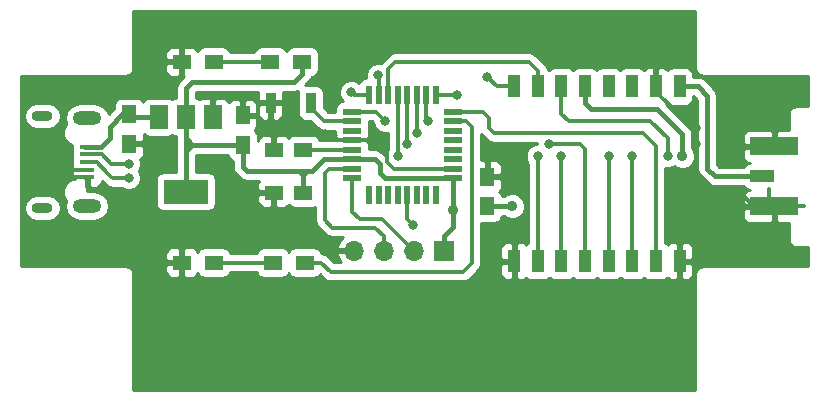
<source format=gtl>
G04 #@! TF.FileFunction,Copper,L1,Top,Signal*
%FSLAX46Y46*%
G04 Gerber Fmt 4.6, Leading zero omitted, Abs format (unit mm)*
G04 Created by KiCad (PCBNEW 4.0.7) date Monday, 02 July 2018 'PMt' 22:06:38*
%MOMM*%
%LPD*%
G01*
G04 APERTURE LIST*
%ADD10C,0.100000*%
%ADD11R,1.300000X0.450000*%
%ADD12O,2.400000X1.200000*%
%ADD13O,1.800000X0.900000*%
%ADD14R,4.064000X1.524000*%
%ADD15R,2.032000X1.016000*%
%ADD16R,1.500000X1.250000*%
%ADD17R,1.250000X1.500000*%
%ADD18R,1.500000X1.300000*%
%ADD19R,1.700000X1.700000*%
%ADD20O,1.700000X1.700000*%
%ADD21R,0.900000X1.700000*%
%ADD22R,0.550000X1.600000*%
%ADD23R,1.600000X0.550000*%
%ADD24R,1.050000X1.950000*%
%ADD25R,3.800000X2.000000*%
%ADD26R,1.500000X2.000000*%
%ADD27C,0.800000*%
%ADD28C,0.900000*%
%ADD29C,0.350000*%
%ADD30C,0.400000*%
%ADD31C,0.254000*%
G04 APERTURE END LIST*
D10*
D11*
X117300000Y-107192000D03*
X117300000Y-107842000D03*
X117300000Y-108492000D03*
X117300000Y-109142000D03*
X117300000Y-109792000D03*
D12*
X117300000Y-104767000D03*
X117300000Y-112217000D03*
D13*
X113500000Y-104617000D03*
X113500000Y-112367000D03*
D14*
X175468000Y-112240000D03*
X175468000Y-107160000D03*
D15*
X174452000Y-109700000D03*
D16*
X135595000Y-107442000D03*
X133095000Y-107442000D03*
D17*
X151145000Y-112242000D03*
X151145000Y-109742000D03*
D16*
X135595000Y-111092000D03*
X133095000Y-111092000D03*
D17*
X120845000Y-104442000D03*
X120845000Y-106942000D03*
X130445000Y-107042000D03*
X130445000Y-104542000D03*
D18*
X125300000Y-100000000D03*
X128000000Y-100000000D03*
X125300000Y-117000000D03*
X128000000Y-117000000D03*
D19*
X147485000Y-115992000D03*
D20*
X144945000Y-115992000D03*
X142405000Y-115992000D03*
X139865000Y-115992000D03*
D18*
X135500000Y-100000000D03*
X132800000Y-100000000D03*
X135700000Y-117000000D03*
X133000000Y-117000000D03*
D21*
X136225000Y-103492000D03*
X132825000Y-103492000D03*
D22*
X141195000Y-111292000D03*
X141995000Y-111292000D03*
X142795000Y-111292000D03*
X143595000Y-111292000D03*
X144395000Y-111292000D03*
X145195000Y-111292000D03*
X145995000Y-111292000D03*
X146795000Y-111292000D03*
D23*
X148245000Y-109842000D03*
X148245000Y-109042000D03*
X148245000Y-108242000D03*
X148245000Y-107442000D03*
X148245000Y-106642000D03*
X148245000Y-105842000D03*
X148245000Y-105042000D03*
X148245000Y-104242000D03*
D22*
X146795000Y-102792000D03*
X145995000Y-102792000D03*
X145195000Y-102792000D03*
X144395000Y-102792000D03*
X143595000Y-102792000D03*
X142795000Y-102792000D03*
X141995000Y-102792000D03*
X141195000Y-102792000D03*
D23*
X139745000Y-104242000D03*
X139745000Y-105042000D03*
X139745000Y-105842000D03*
X139745000Y-106642000D03*
X139745000Y-107442000D03*
X139745000Y-108242000D03*
X139745000Y-109042000D03*
X139745000Y-109842000D03*
D24*
X153445000Y-116892000D03*
X155445000Y-116892000D03*
X157445000Y-116892000D03*
X159445000Y-116892000D03*
X161445000Y-116892000D03*
X163445000Y-116892000D03*
X165445000Y-116892000D03*
X167445000Y-116892000D03*
X167445000Y-102092000D03*
X165445000Y-102092000D03*
X163445000Y-102092000D03*
X161445000Y-102092000D03*
X159445000Y-102092000D03*
X157445000Y-102092000D03*
X155445000Y-102092000D03*
X153445000Y-102092000D03*
D25*
X125645000Y-110992000D03*
D26*
X125645000Y-104692000D03*
X123345000Y-104692000D03*
X127945000Y-104692000D03*
D27*
X168800000Y-110000000D03*
X170500000Y-111000000D03*
X172500000Y-111000000D03*
X172500000Y-108500000D03*
X171000000Y-108500000D03*
X130500000Y-103000000D03*
X168800000Y-105625000D03*
X170750000Y-102250000D03*
X170970000Y-104192000D03*
X134500000Y-103500000D03*
X168800000Y-107000000D03*
X170970000Y-105592000D03*
X154145000Y-110792000D03*
X141345000Y-106642000D03*
X132845000Y-105492000D03*
D28*
X153270000Y-112242000D03*
X148245000Y-112592000D03*
X167695000Y-107992000D03*
D27*
X144845000Y-113792000D03*
X166445000Y-107992000D03*
X142505000Y-105012000D03*
X151175000Y-101252000D03*
X161445000Y-107992000D03*
X146145000Y-104992000D03*
X157445000Y-107992000D03*
X145195000Y-106042000D03*
X156400000Y-107000000D03*
X144395000Y-106992000D03*
X155445000Y-107992000D03*
X143645000Y-107992000D03*
X163445000Y-107992000D03*
X148645000Y-102792000D03*
X120845000Y-108642000D03*
X141945000Y-101142000D03*
X120820000Y-109842000D03*
X139645000Y-102592000D03*
D29*
X168800000Y-109100000D02*
X168800000Y-110000000D01*
X168800000Y-110000000D02*
X168800000Y-111600000D01*
X170500000Y-111000000D02*
X169800000Y-111000000D01*
X169800000Y-111000000D02*
X168800000Y-110000000D01*
X175468000Y-112240000D02*
X173740000Y-112240000D01*
X173740000Y-112240000D02*
X172500000Y-111000000D01*
X170970000Y-106970000D02*
X170970000Y-108470000D01*
X170970000Y-108470000D02*
X171000000Y-108500000D01*
X130445000Y-104542000D02*
X130445000Y-103055000D01*
X130445000Y-103055000D02*
X130500000Y-103000000D01*
X168800000Y-105897000D02*
X168800000Y-105625000D01*
X132825000Y-103492000D02*
X134492000Y-103492000D01*
X134492000Y-103492000D02*
X134500000Y-103500000D01*
X117300000Y-109142000D02*
X115642000Y-109142000D01*
X117300000Y-109792000D02*
X115508000Y-109792000D01*
X168800000Y-107000000D02*
X168800000Y-105625000D01*
X168800000Y-105625000D02*
X168650000Y-105475000D01*
X176418000Y-107160000D02*
X172572000Y-107160000D01*
X172572000Y-107160000D02*
X172555000Y-107177000D01*
X168800000Y-105897000D02*
X168800000Y-107000000D01*
X168800000Y-109100000D02*
X168800000Y-107000000D01*
X175440000Y-112240000D02*
X175000000Y-111800000D01*
X175000000Y-111800000D02*
X175000000Y-110800000D01*
X177968000Y-112240000D02*
X175440000Y-112240000D01*
X170970000Y-105592000D02*
X170970000Y-106970000D01*
X170970000Y-106970000D02*
X171000000Y-107000000D01*
X165445000Y-102092000D02*
X165445000Y-102542000D01*
X165445000Y-102542000D02*
X168800000Y-105897000D01*
X168800000Y-111600000D02*
X169440000Y-112240000D01*
X169440000Y-112240000D02*
X177968000Y-112240000D01*
X173638000Y-107177000D02*
X172555000Y-107177000D01*
X172555000Y-107177000D02*
X170970000Y-105592000D01*
X151145000Y-109742000D02*
X153095000Y-109742000D01*
X153095000Y-109742000D02*
X154145000Y-110792000D01*
X142695000Y-107192000D02*
X142145000Y-106642000D01*
X142145000Y-106642000D02*
X141345000Y-106642000D01*
X142695000Y-108478814D02*
X142695000Y-107192000D01*
X148245000Y-109042000D02*
X143258186Y-109042000D01*
X143258186Y-109042000D02*
X142695000Y-108478814D01*
X139745000Y-106642000D02*
X141345000Y-106642000D01*
X138195000Y-106642000D02*
X137445000Y-105892000D01*
X139745000Y-106642000D02*
X138195000Y-106642000D01*
X132825000Y-103492000D02*
X132825000Y-105472000D01*
X132825000Y-105472000D02*
X132845000Y-105492000D01*
D30*
X174452000Y-109700000D02*
X173036000Y-109700000D01*
X173036000Y-109700000D02*
X173019000Y-109717000D01*
X173019000Y-109717000D02*
X171500000Y-109717000D01*
X172622000Y-109717000D02*
X171500000Y-109717000D01*
X171500000Y-109717000D02*
X170445000Y-109717000D01*
X169770000Y-106717000D02*
X169770000Y-102892000D01*
X169770000Y-102892000D02*
X168970000Y-102092000D01*
X168970000Y-102092000D02*
X167445000Y-102092000D01*
X170445000Y-109717000D02*
X169770000Y-109042000D01*
X169770000Y-109042000D02*
X169770000Y-106717000D01*
X169770000Y-106717000D02*
X169770000Y-107692000D01*
X125645000Y-102250000D02*
X125645000Y-104692000D01*
X134800000Y-101750000D02*
X126145000Y-101750000D01*
X126145000Y-101750000D02*
X125645000Y-102250000D01*
X135500000Y-100000000D02*
X135500000Y-101050000D01*
X135500000Y-101050000D02*
X134800000Y-101750000D01*
X167695000Y-107992000D02*
X167695000Y-106142000D01*
X167695000Y-106142000D02*
X165545000Y-103992000D01*
X165545000Y-103992000D02*
X159970000Y-103992000D01*
X159445000Y-103467000D02*
X159445000Y-102092000D01*
X159970000Y-103992000D02*
X159445000Y-103467000D01*
X142045000Y-108642000D02*
X141645000Y-108242000D01*
X142495000Y-109842000D02*
X142045000Y-109392000D01*
X142045000Y-109392000D02*
X142045000Y-108642000D01*
X148245000Y-109842000D02*
X142495000Y-109842000D01*
X153270000Y-112242000D02*
X151145000Y-112242000D01*
X148245000Y-112592000D02*
X148245000Y-113142000D01*
X148245000Y-109842000D02*
X148245000Y-112592000D01*
X135595000Y-109242000D02*
X135945000Y-109242000D01*
X135945000Y-109242000D02*
X136345000Y-109242000D01*
X135595000Y-109742000D02*
X135595000Y-109592000D01*
X135595000Y-109592000D02*
X135945000Y-109242000D01*
X135595000Y-109742000D02*
X135595000Y-109242000D01*
X135595000Y-109992000D02*
X135595000Y-109742000D01*
X130795000Y-109242000D02*
X135245000Y-109242000D01*
X135245000Y-109242000D02*
X135595000Y-109242000D01*
X135595000Y-109592000D02*
X135245000Y-109242000D01*
X137345000Y-108242000D02*
X136345000Y-109242000D01*
X130445000Y-108892000D02*
X130795000Y-109242000D01*
X130445000Y-107042000D02*
X130445000Y-108892000D01*
X125645000Y-107092000D02*
X125645000Y-106492000D01*
X125645000Y-106492000D02*
X125645000Y-104692000D01*
X126195000Y-107042000D02*
X125645000Y-106492000D01*
X125645000Y-107692000D02*
X125645000Y-107092000D01*
X125645000Y-110992000D02*
X125645000Y-107692000D01*
X130445000Y-107042000D02*
X126195000Y-107042000D01*
X126195000Y-107042000D02*
X125695000Y-107042000D01*
X125645000Y-107692000D02*
X125645000Y-107592000D01*
X125645000Y-107592000D02*
X126195000Y-107042000D01*
X125695000Y-107042000D02*
X125645000Y-107092000D01*
X135595000Y-109992000D02*
X135595000Y-111092000D01*
X139745000Y-108242000D02*
X137345000Y-108242000D01*
X135745000Y-111242000D02*
X135595000Y-111092000D01*
X147485000Y-115992000D02*
X147485000Y-114742000D01*
X147485000Y-114742000D02*
X148245000Y-113982000D01*
X148245000Y-113982000D02*
X148245000Y-113142000D01*
X141645000Y-108242000D02*
X139745000Y-108242000D01*
D29*
X135595000Y-107442000D02*
X139745000Y-107442000D01*
X144945000Y-115992000D02*
X142295000Y-113342000D01*
X142295000Y-113342000D02*
X140395000Y-113342000D01*
X140395000Y-113342000D02*
X139745000Y-112692000D01*
X139745000Y-112692000D02*
X139745000Y-109842000D01*
X142405000Y-115992000D02*
X142405000Y-114752000D01*
X142405000Y-114752000D02*
X141695000Y-114042000D01*
X137395000Y-109392000D02*
X137745000Y-109042000D01*
X137745000Y-109042000D02*
X139745000Y-109042000D01*
X141695000Y-114042000D02*
X137995000Y-114042000D01*
X137995000Y-114042000D02*
X137395000Y-113442000D01*
X137395000Y-113442000D02*
X137395000Y-109392000D01*
X138045000Y-105042000D02*
X137745000Y-105042000D01*
X139745000Y-105042000D02*
X138045000Y-105042000D01*
X138045000Y-105042000D02*
X137375000Y-105042000D01*
X137375000Y-105042000D02*
X136225000Y-103892000D01*
X136225000Y-103892000D02*
X136225000Y-103492000D01*
X157445000Y-102092000D02*
X157445000Y-104392000D01*
X157445000Y-104392000D02*
X158045000Y-104992000D01*
X158045000Y-104992000D02*
X164945000Y-104992000D01*
X164945000Y-104992000D02*
X166445000Y-106492000D01*
X166445000Y-106492000D02*
X166445000Y-107992000D01*
X144395000Y-111292000D02*
X144395000Y-113342000D01*
X144395000Y-113342000D02*
X144845000Y-113792000D01*
X144395000Y-111292000D02*
X144395000Y-112442000D01*
X142795000Y-102792000D02*
X142795000Y-100600000D01*
X154678000Y-100000000D02*
X143395000Y-100000000D01*
X143395000Y-100000000D02*
X142795000Y-100600000D01*
X155445000Y-102092000D02*
X155445000Y-100767000D01*
X155445000Y-100767000D02*
X154678000Y-100000000D01*
X142505000Y-105012000D02*
X141735000Y-104242000D01*
X141735000Y-104242000D02*
X139745000Y-104242000D01*
X153445000Y-102092000D02*
X152015000Y-102092000D01*
X152015000Y-102092000D02*
X151175000Y-101252000D01*
X139745000Y-104242000D02*
X139220000Y-104242000D01*
X148245000Y-104242000D02*
X150795000Y-104242000D01*
X151295000Y-104742000D02*
X150795000Y-104242000D01*
X151295000Y-105642000D02*
X151295000Y-104742000D01*
X151695000Y-106042000D02*
X151295000Y-105642000D01*
X164345000Y-106042000D02*
X151695000Y-106042000D01*
X165445000Y-107142000D02*
X164345000Y-106042000D01*
X165445000Y-116892000D02*
X165445000Y-107292000D01*
X165445000Y-107292000D02*
X165445000Y-107142000D01*
X148245000Y-104242000D02*
X150495000Y-104242000D01*
X161445000Y-116892000D02*
X161445000Y-107992000D01*
X161445000Y-116892000D02*
X161445000Y-114992000D01*
X145995000Y-102792000D02*
X145995000Y-104842000D01*
X145995000Y-104842000D02*
X146145000Y-104992000D01*
X157445000Y-115192000D02*
X157445000Y-114992000D01*
X157445000Y-116892000D02*
X157445000Y-115192000D01*
X157445000Y-115192000D02*
X157445000Y-107992000D01*
X145195000Y-102792000D02*
X145195000Y-106042000D01*
X159045000Y-106992000D02*
X156408000Y-106992000D01*
X156408000Y-106992000D02*
X156400000Y-107000000D01*
X159045000Y-106992000D02*
X159445000Y-107392000D01*
X159445000Y-107392000D02*
X159445000Y-116892000D01*
X144395000Y-102792000D02*
X144395000Y-106992000D01*
X159445000Y-116892000D02*
X159445000Y-114992000D01*
X155445000Y-116892000D02*
X155445000Y-107992000D01*
X143595000Y-102792000D02*
X143595000Y-107942000D01*
X143595000Y-107942000D02*
X143645000Y-107992000D01*
X155445000Y-116892000D02*
X155445000Y-114992000D01*
X163445000Y-116892000D02*
X163445000Y-107992000D01*
X146795000Y-102792000D02*
X148645000Y-102792000D01*
X163445000Y-116892000D02*
X163445000Y-114992000D01*
D30*
X119220000Y-105492000D02*
X120270000Y-104442000D01*
X118495000Y-107192000D02*
X119220000Y-106467000D01*
X119220000Y-106467000D02*
X119220000Y-105492000D01*
X117095000Y-107192000D02*
X118495000Y-107192000D01*
X120270000Y-104442000D02*
X120845000Y-104442000D01*
X123345000Y-104692000D02*
X121095000Y-104692000D01*
X121095000Y-104692000D02*
X120845000Y-104442000D01*
D29*
X117095000Y-107842000D02*
X117550000Y-107842000D01*
X117550000Y-107842000D02*
X118520000Y-107842000D01*
X119320000Y-108642000D02*
X120845000Y-108642000D01*
X118520000Y-107842000D02*
X119320000Y-108642000D01*
X141995000Y-102792000D02*
X141995000Y-101192000D01*
X141995000Y-101192000D02*
X141945000Y-101142000D01*
X117095000Y-108492000D02*
X117300000Y-108492000D01*
X117300000Y-108492000D02*
X118095000Y-108492000D01*
X119345000Y-109742000D02*
X119445000Y-109842000D01*
X119445000Y-109842000D02*
X120820000Y-109842000D01*
X118995000Y-109392000D02*
X119345000Y-109742000D01*
X118095000Y-108492000D02*
X118995000Y-109392000D01*
X141195000Y-102792000D02*
X139845000Y-102792000D01*
X139845000Y-102792000D02*
X139645000Y-102592000D01*
X128000000Y-100000000D02*
X132800000Y-100000000D01*
X133000000Y-117000000D02*
X128000000Y-117000000D01*
X137895000Y-117792000D02*
X137103000Y-117000000D01*
X137103000Y-117000000D02*
X135700000Y-117000000D01*
X135700000Y-117000000D02*
X135800000Y-117000000D01*
X137895000Y-117792000D02*
X149095000Y-117792000D01*
X149845000Y-105492000D02*
X149845000Y-117042000D01*
X149845000Y-117042000D02*
X149095000Y-117792000D01*
X148245000Y-105042000D02*
X149395000Y-105042000D01*
X149395000Y-105042000D02*
X149845000Y-105492000D01*
D31*
G36*
X168790000Y-100500000D02*
X168844046Y-100771705D01*
X168997954Y-101002046D01*
X169228295Y-101155954D01*
X169500000Y-101210000D01*
X178290000Y-101210000D01*
X178290000Y-103740000D01*
X177400000Y-103740000D01*
X177128295Y-103794046D01*
X176897954Y-103947954D01*
X176744046Y-104178295D01*
X176690000Y-104450000D01*
X176690000Y-105763000D01*
X175753750Y-105763000D01*
X175595000Y-105921750D01*
X175595000Y-107033000D01*
X175615000Y-107033000D01*
X175615000Y-107287000D01*
X175595000Y-107287000D01*
X175595000Y-107307000D01*
X175341000Y-107307000D01*
X175341000Y-107287000D01*
X172959750Y-107287000D01*
X172801000Y-107445750D01*
X172801000Y-108048309D01*
X172897673Y-108281698D01*
X173076301Y-108460327D01*
X173309690Y-108557000D01*
X173369887Y-108557000D01*
X173200683Y-108588838D01*
X172984559Y-108727910D01*
X172879274Y-108882000D01*
X170790868Y-108882000D01*
X170605000Y-108696132D01*
X170605000Y-106271691D01*
X172801000Y-106271691D01*
X172801000Y-106874250D01*
X172959750Y-107033000D01*
X175341000Y-107033000D01*
X175341000Y-105921750D01*
X175182250Y-105763000D01*
X173309690Y-105763000D01*
X173076301Y-105859673D01*
X172897673Y-106038302D01*
X172801000Y-106271691D01*
X170605000Y-106271691D01*
X170605000Y-102892000D01*
X170541439Y-102572459D01*
X170360434Y-102301566D01*
X169560434Y-101501566D01*
X169289541Y-101320561D01*
X168970000Y-101257000D01*
X168617440Y-101257000D01*
X168617440Y-101117000D01*
X168573162Y-100881683D01*
X168434090Y-100665559D01*
X168221890Y-100520569D01*
X167970000Y-100469560D01*
X166920000Y-100469560D01*
X166684683Y-100513838D01*
X166468559Y-100652910D01*
X166442327Y-100691302D01*
X166329699Y-100578673D01*
X166096310Y-100482000D01*
X165730750Y-100482000D01*
X165572000Y-100640750D01*
X165572000Y-101965000D01*
X165592000Y-101965000D01*
X165592000Y-102219000D01*
X165572000Y-102219000D01*
X165572000Y-102239000D01*
X165318000Y-102239000D01*
X165318000Y-102219000D01*
X165298000Y-102219000D01*
X165298000Y-101965000D01*
X165318000Y-101965000D01*
X165318000Y-100640750D01*
X165159250Y-100482000D01*
X164793690Y-100482000D01*
X164560301Y-100578673D01*
X164449487Y-100689487D01*
X164434090Y-100665559D01*
X164221890Y-100520569D01*
X163970000Y-100469560D01*
X162920000Y-100469560D01*
X162684683Y-100513838D01*
X162468559Y-100652910D01*
X162446616Y-100685025D01*
X162434090Y-100665559D01*
X162221890Y-100520569D01*
X161970000Y-100469560D01*
X160920000Y-100469560D01*
X160684683Y-100513838D01*
X160468559Y-100652910D01*
X160446616Y-100685025D01*
X160434090Y-100665559D01*
X160221890Y-100520569D01*
X159970000Y-100469560D01*
X158920000Y-100469560D01*
X158684683Y-100513838D01*
X158468559Y-100652910D01*
X158446616Y-100685025D01*
X158434090Y-100665559D01*
X158221890Y-100520569D01*
X157970000Y-100469560D01*
X156920000Y-100469560D01*
X156684683Y-100513838D01*
X156468559Y-100652910D01*
X156446616Y-100685025D01*
X156434090Y-100665559D01*
X156221890Y-100520569D01*
X156205314Y-100517212D01*
X156193343Y-100457027D01*
X156017757Y-100194244D01*
X155250756Y-99427244D01*
X155224299Y-99409566D01*
X154987974Y-99251658D01*
X154678000Y-99190000D01*
X143395000Y-99190000D01*
X143085026Y-99251658D01*
X142953635Y-99339451D01*
X142822243Y-99427244D01*
X142222244Y-100027244D01*
X142165128Y-100112724D01*
X142151777Y-100107180D01*
X141740029Y-100106821D01*
X141359485Y-100264058D01*
X141068081Y-100554954D01*
X140910180Y-100935223D01*
X140909821Y-101346475D01*
X140684683Y-101388838D01*
X140468559Y-101527910D01*
X140323569Y-101740110D01*
X140312348Y-101795523D01*
X140232046Y-101715081D01*
X139851777Y-101557180D01*
X139440029Y-101556821D01*
X139059485Y-101714058D01*
X138768081Y-102004954D01*
X138610180Y-102385223D01*
X138609821Y-102796971D01*
X138767058Y-103177515D01*
X138914571Y-103325286D01*
X138709683Y-103363838D01*
X138493559Y-103502910D01*
X138348569Y-103715110D01*
X138297560Y-103967000D01*
X138297560Y-104232000D01*
X137710513Y-104232000D01*
X137322440Y-103843928D01*
X137322440Y-102642000D01*
X137278162Y-102406683D01*
X137139090Y-102190559D01*
X136926890Y-102045569D01*
X136675000Y-101994560D01*
X135775000Y-101994560D01*
X135727341Y-102003528D01*
X136090434Y-101640435D01*
X136213020Y-101456971D01*
X136271439Y-101369541D01*
X136287172Y-101290446D01*
X136485317Y-101253162D01*
X136701441Y-101114090D01*
X136846431Y-100901890D01*
X136897440Y-100650000D01*
X136897440Y-99350000D01*
X136853162Y-99114683D01*
X136714090Y-98898559D01*
X136501890Y-98753569D01*
X136250000Y-98702560D01*
X134750000Y-98702560D01*
X134514683Y-98746838D01*
X134298559Y-98885910D01*
X134153569Y-99098110D01*
X134150919Y-99111197D01*
X134014090Y-98898559D01*
X133801890Y-98753569D01*
X133550000Y-98702560D01*
X132050000Y-98702560D01*
X131814683Y-98746838D01*
X131598559Y-98885910D01*
X131453569Y-99098110D01*
X131434961Y-99190000D01*
X129367334Y-99190000D01*
X129353162Y-99114683D01*
X129214090Y-98898559D01*
X129001890Y-98753569D01*
X128750000Y-98702560D01*
X127250000Y-98702560D01*
X127014683Y-98746838D01*
X126798559Y-98885910D01*
X126653569Y-99098110D01*
X126646809Y-99131490D01*
X126588327Y-98990301D01*
X126409698Y-98811673D01*
X126176309Y-98715000D01*
X125585750Y-98715000D01*
X125427000Y-98873750D01*
X125427000Y-99873000D01*
X125447000Y-99873000D01*
X125447000Y-100127000D01*
X125427000Y-100127000D01*
X125427000Y-101126250D01*
X125507441Y-101206691D01*
X125054566Y-101659566D01*
X124873561Y-101930459D01*
X124810000Y-102250000D01*
X124810000Y-103060554D01*
X124659683Y-103088838D01*
X124493523Y-103195759D01*
X124346890Y-103095569D01*
X124095000Y-103044560D01*
X122595000Y-103044560D01*
X122359683Y-103088838D01*
X122143559Y-103227910D01*
X122031492Y-103391926D01*
X121934090Y-103240559D01*
X121721890Y-103095569D01*
X121470000Y-103044560D01*
X120220000Y-103044560D01*
X119984683Y-103088838D01*
X119768559Y-103227910D01*
X119623569Y-103440110D01*
X119572560Y-103692000D01*
X119572560Y-103958572D01*
X119103454Y-104427678D01*
X119076941Y-104294386D01*
X118809227Y-103893723D01*
X118408564Y-103626009D01*
X117935950Y-103532000D01*
X116664050Y-103532000D01*
X116191436Y-103626009D01*
X115790773Y-103893723D01*
X115523059Y-104294386D01*
X115429050Y-104767000D01*
X115523059Y-105239614D01*
X115529321Y-105248986D01*
X115373081Y-105404954D01*
X115215180Y-105785223D01*
X115214821Y-106196971D01*
X115372058Y-106577515D01*
X115662954Y-106868919D01*
X116002560Y-107009935D01*
X116002560Y-107417000D01*
X116022067Y-107520671D01*
X116002560Y-107617000D01*
X116002560Y-108067000D01*
X116022067Y-108170671D01*
X116002560Y-108267000D01*
X116002560Y-108717000D01*
X116015981Y-108788324D01*
X116015000Y-108790691D01*
X116015000Y-108870750D01*
X116035312Y-108891062D01*
X116046838Y-108952317D01*
X116172059Y-109146916D01*
X116111673Y-109207302D01*
X116034404Y-109393846D01*
X116015000Y-109413250D01*
X116015000Y-109520750D01*
X116034404Y-109540154D01*
X116111673Y-109726698D01*
X116289474Y-109904500D01*
X116173750Y-109904500D01*
X116121362Y-109956888D01*
X116045029Y-109956821D01*
X115664485Y-110114058D01*
X115373081Y-110404954D01*
X115215180Y-110785223D01*
X115214821Y-111196971D01*
X115372058Y-111577515D01*
X115529306Y-111735037D01*
X115523059Y-111744386D01*
X115429050Y-112217000D01*
X115523059Y-112689614D01*
X115790773Y-113090277D01*
X116191436Y-113357991D01*
X116664050Y-113452000D01*
X117935950Y-113452000D01*
X118408564Y-113357991D01*
X118809227Y-113090277D01*
X119076941Y-112689614D01*
X119170950Y-112217000D01*
X119076941Y-111744386D01*
X118809227Y-111343723D01*
X118408564Y-111076009D01*
X117935950Y-110982000D01*
X117285009Y-110982000D01*
X117285179Y-110787029D01*
X117166485Y-110499765D01*
X117173000Y-110493250D01*
X117173000Y-109904500D01*
X117111750Y-109904500D01*
X117173000Y-109843250D01*
X117173000Y-109645000D01*
X117427000Y-109645000D01*
X117427000Y-109843250D01*
X117447000Y-109863250D01*
X117447000Y-109904500D01*
X117427000Y-109904500D01*
X117427000Y-110493250D01*
X117585750Y-110652000D01*
X118076310Y-110652000D01*
X118309699Y-110555327D01*
X118488327Y-110376698D01*
X118585000Y-110143309D01*
X118585000Y-110127512D01*
X118772244Y-110314757D01*
X118772247Y-110314759D01*
X118872243Y-110414756D01*
X118987847Y-110492000D01*
X119135026Y-110590342D01*
X119445000Y-110652000D01*
X120166152Y-110652000D01*
X120232954Y-110718919D01*
X120613223Y-110876820D01*
X121024971Y-110877179D01*
X121405515Y-110719942D01*
X121696919Y-110429046D01*
X121854820Y-110048777D01*
X121855179Y-109637029D01*
X121697942Y-109256485D01*
X121696190Y-109254730D01*
X121721919Y-109229046D01*
X121879820Y-108848777D01*
X121880179Y-108437029D01*
X121799876Y-108242680D01*
X121829699Y-108230327D01*
X122008327Y-108051698D01*
X122105000Y-107818309D01*
X122105000Y-107227750D01*
X121946250Y-107069000D01*
X120972000Y-107069000D01*
X120972000Y-107089000D01*
X120718000Y-107089000D01*
X120718000Y-107069000D01*
X120698000Y-107069000D01*
X120698000Y-106815000D01*
X120718000Y-106815000D01*
X120718000Y-106795000D01*
X120972000Y-106795000D01*
X120972000Y-106815000D01*
X121946250Y-106815000D01*
X122105000Y-106656250D01*
X122105000Y-106103176D01*
X122130910Y-106143441D01*
X122343110Y-106288431D01*
X122595000Y-106339440D01*
X124095000Y-106339440D01*
X124330317Y-106295162D01*
X124496477Y-106188241D01*
X124643110Y-106288431D01*
X124810000Y-106322227D01*
X124810000Y-109344560D01*
X123745000Y-109344560D01*
X123509683Y-109388838D01*
X123293559Y-109527910D01*
X123148569Y-109740110D01*
X123097560Y-109992000D01*
X123097560Y-111992000D01*
X123141838Y-112227317D01*
X123280910Y-112443441D01*
X123493110Y-112588431D01*
X123745000Y-112639440D01*
X127545000Y-112639440D01*
X127780317Y-112595162D01*
X127996441Y-112456090D01*
X128141431Y-112243890D01*
X128192440Y-111992000D01*
X128192440Y-111377750D01*
X131710000Y-111377750D01*
X131710000Y-111843310D01*
X131806673Y-112076699D01*
X131985302Y-112255327D01*
X132218691Y-112352000D01*
X132809250Y-112352000D01*
X132968000Y-112193250D01*
X132968000Y-111219000D01*
X131868750Y-111219000D01*
X131710000Y-111377750D01*
X128192440Y-111377750D01*
X128192440Y-109992000D01*
X128148162Y-109756683D01*
X128009090Y-109540559D01*
X127796890Y-109395569D01*
X127545000Y-109344560D01*
X126480000Y-109344560D01*
X126480000Y-107937868D01*
X126540868Y-107877000D01*
X129188554Y-107877000D01*
X129216838Y-108027317D01*
X129355910Y-108243441D01*
X129568110Y-108388431D01*
X129610000Y-108396914D01*
X129610000Y-108892000D01*
X129673561Y-109211541D01*
X129797788Y-109397460D01*
X129854566Y-109482434D01*
X130204566Y-109832434D01*
X130475460Y-110013440D01*
X130795000Y-110077000D01*
X131836974Y-110077000D01*
X131806673Y-110107301D01*
X131710000Y-110340690D01*
X131710000Y-110806250D01*
X131868750Y-110965000D01*
X132968000Y-110965000D01*
X132968000Y-110945000D01*
X133222000Y-110945000D01*
X133222000Y-110965000D01*
X133242000Y-110965000D01*
X133242000Y-111219000D01*
X133222000Y-111219000D01*
X133222000Y-112193250D01*
X133380750Y-112352000D01*
X133971309Y-112352000D01*
X134204698Y-112255327D01*
X134345936Y-112114090D01*
X134380910Y-112168441D01*
X134593110Y-112313431D01*
X134845000Y-112364440D01*
X136345000Y-112364440D01*
X136580317Y-112320162D01*
X136585000Y-112317149D01*
X136585000Y-113442000D01*
X136646658Y-113751974D01*
X136754546Y-113913439D01*
X136822244Y-114014756D01*
X137422243Y-114614756D01*
X137503304Y-114668919D01*
X137685026Y-114790342D01*
X137995000Y-114852000D01*
X138953623Y-114852000D01*
X138669817Y-115110642D01*
X138423514Y-115635108D01*
X138544181Y-115865000D01*
X139738000Y-115865000D01*
X139738000Y-115845000D01*
X139992000Y-115845000D01*
X139992000Y-115865000D01*
X140012000Y-115865000D01*
X140012000Y-116119000D01*
X139992000Y-116119000D01*
X139992000Y-116139000D01*
X139738000Y-116139000D01*
X139738000Y-116119000D01*
X138544181Y-116119000D01*
X138423514Y-116348892D01*
X138669817Y-116873358D01*
X138789029Y-116982000D01*
X138230513Y-116982000D01*
X137675756Y-116427244D01*
X137412974Y-116251658D01*
X137103000Y-116190000D01*
X137067334Y-116190000D01*
X137053162Y-116114683D01*
X136914090Y-115898559D01*
X136701890Y-115753569D01*
X136450000Y-115702560D01*
X134950000Y-115702560D01*
X134714683Y-115746838D01*
X134498559Y-115885910D01*
X134353569Y-116098110D01*
X134350919Y-116111197D01*
X134214090Y-115898559D01*
X134001890Y-115753569D01*
X133750000Y-115702560D01*
X132250000Y-115702560D01*
X132014683Y-115746838D01*
X131798559Y-115885910D01*
X131653569Y-116098110D01*
X131634961Y-116190000D01*
X129367334Y-116190000D01*
X129353162Y-116114683D01*
X129214090Y-115898559D01*
X129001890Y-115753569D01*
X128750000Y-115702560D01*
X127250000Y-115702560D01*
X127014683Y-115746838D01*
X126798559Y-115885910D01*
X126653569Y-116098110D01*
X126646809Y-116131490D01*
X126588327Y-115990301D01*
X126409698Y-115811673D01*
X126176309Y-115715000D01*
X125585750Y-115715000D01*
X125427000Y-115873750D01*
X125427000Y-116873000D01*
X125447000Y-116873000D01*
X125447000Y-117127000D01*
X125427000Y-117127000D01*
X125427000Y-118126250D01*
X125585750Y-118285000D01*
X126176309Y-118285000D01*
X126409698Y-118188327D01*
X126588327Y-118009699D01*
X126644654Y-117873713D01*
X126646838Y-117885317D01*
X126785910Y-118101441D01*
X126998110Y-118246431D01*
X127250000Y-118297440D01*
X128750000Y-118297440D01*
X128985317Y-118253162D01*
X129201441Y-118114090D01*
X129346431Y-117901890D01*
X129365039Y-117810000D01*
X131632666Y-117810000D01*
X131646838Y-117885317D01*
X131785910Y-118101441D01*
X131998110Y-118246431D01*
X132250000Y-118297440D01*
X133750000Y-118297440D01*
X133985317Y-118253162D01*
X134201441Y-118114090D01*
X134346431Y-117901890D01*
X134349081Y-117888803D01*
X134485910Y-118101441D01*
X134698110Y-118246431D01*
X134950000Y-118297440D01*
X136450000Y-118297440D01*
X136685317Y-118253162D01*
X136901441Y-118114090D01*
X136970503Y-118013015D01*
X137322243Y-118364756D01*
X137453635Y-118452549D01*
X137585026Y-118540342D01*
X137895000Y-118602000D01*
X149095000Y-118602000D01*
X149404974Y-118540342D01*
X149667756Y-118364756D01*
X150417756Y-117614757D01*
X150517983Y-117464756D01*
X150593342Y-117351974D01*
X150627997Y-117177750D01*
X152285000Y-117177750D01*
X152285000Y-117993309D01*
X152381673Y-118226698D01*
X152560301Y-118405327D01*
X152793690Y-118502000D01*
X153159250Y-118502000D01*
X153318000Y-118343250D01*
X153318000Y-117019000D01*
X152443750Y-117019000D01*
X152285000Y-117177750D01*
X150627997Y-117177750D01*
X150655000Y-117042000D01*
X150655000Y-115790691D01*
X152285000Y-115790691D01*
X152285000Y-116606250D01*
X152443750Y-116765000D01*
X153318000Y-116765000D01*
X153318000Y-115440750D01*
X153159250Y-115282000D01*
X152793690Y-115282000D01*
X152560301Y-115378673D01*
X152381673Y-115557302D01*
X152285000Y-115790691D01*
X150655000Y-115790691D01*
X150655000Y-113639440D01*
X151770000Y-113639440D01*
X152005317Y-113595162D01*
X152221441Y-113456090D01*
X152366431Y-113243890D01*
X152400227Y-113077000D01*
X152570460Y-113077000D01*
X152654595Y-113161282D01*
X153053233Y-113326811D01*
X153484873Y-113327188D01*
X153883800Y-113162354D01*
X154189282Y-112857405D01*
X154354811Y-112458767D01*
X154355188Y-112027127D01*
X154190354Y-111628200D01*
X153885405Y-111322718D01*
X153486767Y-111157189D01*
X153055127Y-111156812D01*
X152656200Y-111321646D01*
X152570697Y-111407000D01*
X152401446Y-111407000D01*
X152373162Y-111256683D01*
X152234090Y-111040559D01*
X152165994Y-110994031D01*
X152308327Y-110851698D01*
X152405000Y-110618309D01*
X152405000Y-110027750D01*
X152246250Y-109869000D01*
X151272000Y-109869000D01*
X151272000Y-109889000D01*
X151018000Y-109889000D01*
X151018000Y-109869000D01*
X150998000Y-109869000D01*
X150998000Y-109615000D01*
X151018000Y-109615000D01*
X151018000Y-108515750D01*
X151272000Y-108515750D01*
X151272000Y-109615000D01*
X152246250Y-109615000D01*
X152405000Y-109456250D01*
X152405000Y-108865691D01*
X152308327Y-108632302D01*
X152129699Y-108453673D01*
X151896310Y-108357000D01*
X151430750Y-108357000D01*
X151272000Y-108515750D01*
X151018000Y-108515750D01*
X150859250Y-108357000D01*
X150655000Y-108357000D01*
X150655000Y-106114119D01*
X150700375Y-106182027D01*
X150722244Y-106214756D01*
X151122243Y-106614756D01*
X151235887Y-106690690D01*
X151385026Y-106790342D01*
X151695000Y-106852000D01*
X155365129Y-106852000D01*
X155365037Y-106956930D01*
X155240029Y-106956821D01*
X154859485Y-107114058D01*
X154568081Y-107404954D01*
X154410180Y-107785223D01*
X154409821Y-108196971D01*
X154567058Y-108577515D01*
X154635000Y-108645576D01*
X154635000Y-115345808D01*
X154468559Y-115452910D01*
X154442327Y-115491302D01*
X154329699Y-115378673D01*
X154096310Y-115282000D01*
X153730750Y-115282000D01*
X153572000Y-115440750D01*
X153572000Y-116765000D01*
X153592000Y-116765000D01*
X153592000Y-117019000D01*
X153572000Y-117019000D01*
X153572000Y-118343250D01*
X153730750Y-118502000D01*
X154096310Y-118502000D01*
X154329699Y-118405327D01*
X154440513Y-118294513D01*
X154455910Y-118318441D01*
X154668110Y-118463431D01*
X154920000Y-118514440D01*
X155970000Y-118514440D01*
X156205317Y-118470162D01*
X156421441Y-118331090D01*
X156443384Y-118298975D01*
X156455910Y-118318441D01*
X156668110Y-118463431D01*
X156920000Y-118514440D01*
X157970000Y-118514440D01*
X158205317Y-118470162D01*
X158421441Y-118331090D01*
X158443384Y-118298975D01*
X158455910Y-118318441D01*
X158668110Y-118463431D01*
X158920000Y-118514440D01*
X159970000Y-118514440D01*
X160205317Y-118470162D01*
X160421441Y-118331090D01*
X160443384Y-118298975D01*
X160455910Y-118318441D01*
X160668110Y-118463431D01*
X160920000Y-118514440D01*
X161970000Y-118514440D01*
X162205317Y-118470162D01*
X162421441Y-118331090D01*
X162443384Y-118298975D01*
X162455910Y-118318441D01*
X162668110Y-118463431D01*
X162920000Y-118514440D01*
X163970000Y-118514440D01*
X164205317Y-118470162D01*
X164421441Y-118331090D01*
X164443384Y-118298975D01*
X164455910Y-118318441D01*
X164668110Y-118463431D01*
X164920000Y-118514440D01*
X165970000Y-118514440D01*
X166205317Y-118470162D01*
X166421441Y-118331090D01*
X166447673Y-118292698D01*
X166560301Y-118405327D01*
X166793690Y-118502000D01*
X167159250Y-118502000D01*
X167318000Y-118343250D01*
X167318000Y-117019000D01*
X167572000Y-117019000D01*
X167572000Y-118343250D01*
X167730750Y-118502000D01*
X168096310Y-118502000D01*
X168329699Y-118405327D01*
X168508327Y-118226698D01*
X168605000Y-117993309D01*
X168605000Y-117177750D01*
X168446250Y-117019000D01*
X167572000Y-117019000D01*
X167318000Y-117019000D01*
X167298000Y-117019000D01*
X167298000Y-116765000D01*
X167318000Y-116765000D01*
X167318000Y-115440750D01*
X167572000Y-115440750D01*
X167572000Y-116765000D01*
X168446250Y-116765000D01*
X168605000Y-116606250D01*
X168605000Y-115790691D01*
X168508327Y-115557302D01*
X168329699Y-115378673D01*
X168096310Y-115282000D01*
X167730750Y-115282000D01*
X167572000Y-115440750D01*
X167318000Y-115440750D01*
X167159250Y-115282000D01*
X166793690Y-115282000D01*
X166560301Y-115378673D01*
X166449487Y-115489487D01*
X166434090Y-115465559D01*
X166255000Y-115343192D01*
X166255000Y-112525750D01*
X172801000Y-112525750D01*
X172801000Y-113128309D01*
X172897673Y-113361698D01*
X173076301Y-113540327D01*
X173309690Y-113637000D01*
X175182250Y-113637000D01*
X175341000Y-113478250D01*
X175341000Y-112367000D01*
X172959750Y-112367000D01*
X172801000Y-112525750D01*
X166255000Y-112525750D01*
X166255000Y-109026835D01*
X166649971Y-109027179D01*
X167030515Y-108869942D01*
X167034428Y-108866036D01*
X167079595Y-108911282D01*
X167478233Y-109076811D01*
X167909873Y-109077188D01*
X168308800Y-108912354D01*
X168614282Y-108607405D01*
X168779811Y-108208767D01*
X168780188Y-107777127D01*
X168615354Y-107378200D01*
X168530000Y-107292697D01*
X168530000Y-106142000D01*
X168466439Y-105822459D01*
X168285434Y-105551566D01*
X166334447Y-103600579D01*
X166440513Y-103494513D01*
X166455910Y-103518441D01*
X166668110Y-103663431D01*
X166920000Y-103714440D01*
X167970000Y-103714440D01*
X168205317Y-103670162D01*
X168421441Y-103531090D01*
X168566431Y-103318890D01*
X168617440Y-103067000D01*
X168617440Y-102927000D01*
X168624132Y-102927000D01*
X168935000Y-103237868D01*
X168935000Y-109042000D01*
X168998561Y-109361541D01*
X169137107Y-109568890D01*
X169179566Y-109632434D01*
X169854566Y-110307434D01*
X170125459Y-110488439D01*
X170445000Y-110552000D01*
X172902774Y-110552000D01*
X172971910Y-110659441D01*
X173184110Y-110804431D01*
X173374569Y-110843000D01*
X173309690Y-110843000D01*
X173076301Y-110939673D01*
X172897673Y-111118302D01*
X172801000Y-111351691D01*
X172801000Y-111954250D01*
X172959750Y-112113000D01*
X175341000Y-112113000D01*
X175341000Y-112093000D01*
X175595000Y-112093000D01*
X175595000Y-112113000D01*
X175615000Y-112113000D01*
X175615000Y-112367000D01*
X175595000Y-112367000D01*
X175595000Y-113478250D01*
X175753750Y-113637000D01*
X176690000Y-113637000D01*
X176690000Y-115000000D01*
X176744046Y-115271705D01*
X176897954Y-115502046D01*
X177128295Y-115655954D01*
X177400000Y-115710000D01*
X178290000Y-115710000D01*
X178290000Y-117290000D01*
X169500000Y-117290000D01*
X169228295Y-117344046D01*
X168997954Y-117497954D01*
X168844046Y-117728295D01*
X168790000Y-118000000D01*
X168790000Y-127790000D01*
X121210000Y-127790000D01*
X121210000Y-118000000D01*
X121155954Y-117728295D01*
X121002046Y-117497954D01*
X120771705Y-117344046D01*
X120500000Y-117290000D01*
X111710000Y-117290000D01*
X111710000Y-117285750D01*
X123915000Y-117285750D01*
X123915000Y-117776310D01*
X124011673Y-118009699D01*
X124190302Y-118188327D01*
X124423691Y-118285000D01*
X125014250Y-118285000D01*
X125173000Y-118126250D01*
X125173000Y-117127000D01*
X124073750Y-117127000D01*
X123915000Y-117285750D01*
X111710000Y-117285750D01*
X111710000Y-116223690D01*
X123915000Y-116223690D01*
X123915000Y-116714250D01*
X124073750Y-116873000D01*
X125173000Y-116873000D01*
X125173000Y-115873750D01*
X125014250Y-115715000D01*
X124423691Y-115715000D01*
X124190302Y-115811673D01*
X124011673Y-115990301D01*
X123915000Y-116223690D01*
X111710000Y-116223690D01*
X111710000Y-112367000D01*
X111934928Y-112367000D01*
X112017519Y-112782212D01*
X112252717Y-113134211D01*
X112604716Y-113369409D01*
X113019928Y-113452000D01*
X113980072Y-113452000D01*
X114395284Y-113369409D01*
X114747283Y-113134211D01*
X114982481Y-112782212D01*
X115065072Y-112367000D01*
X114982481Y-111951788D01*
X114747283Y-111599789D01*
X114395284Y-111364591D01*
X113980072Y-111282000D01*
X113019928Y-111282000D01*
X112604716Y-111364591D01*
X112252717Y-111599789D01*
X112017519Y-111951788D01*
X111934928Y-112367000D01*
X111710000Y-112367000D01*
X111710000Y-104617000D01*
X111934928Y-104617000D01*
X112017519Y-105032212D01*
X112252717Y-105384211D01*
X112604716Y-105619409D01*
X113019928Y-105702000D01*
X113980072Y-105702000D01*
X114395284Y-105619409D01*
X114747283Y-105384211D01*
X114982481Y-105032212D01*
X115065072Y-104617000D01*
X114982481Y-104201788D01*
X114747283Y-103849789D01*
X114395284Y-103614591D01*
X113980072Y-103532000D01*
X113019928Y-103532000D01*
X112604716Y-103614591D01*
X112252717Y-103849789D01*
X112017519Y-104201788D01*
X111934928Y-104617000D01*
X111710000Y-104617000D01*
X111710000Y-101210000D01*
X120500000Y-101210000D01*
X120771705Y-101155954D01*
X121002046Y-101002046D01*
X121155954Y-100771705D01*
X121210000Y-100500000D01*
X121210000Y-100285750D01*
X123915000Y-100285750D01*
X123915000Y-100776310D01*
X124011673Y-101009699D01*
X124190302Y-101188327D01*
X124423691Y-101285000D01*
X125014250Y-101285000D01*
X125173000Y-101126250D01*
X125173000Y-100127000D01*
X124073750Y-100127000D01*
X123915000Y-100285750D01*
X121210000Y-100285750D01*
X121210000Y-99223690D01*
X123915000Y-99223690D01*
X123915000Y-99714250D01*
X124073750Y-99873000D01*
X125173000Y-99873000D01*
X125173000Y-98873750D01*
X125014250Y-98715000D01*
X124423691Y-98715000D01*
X124190302Y-98811673D01*
X124011673Y-98990301D01*
X123915000Y-99223690D01*
X121210000Y-99223690D01*
X121210000Y-95710000D01*
X168790000Y-95710000D01*
X168790000Y-100500000D01*
X168790000Y-100500000D01*
G37*
X168790000Y-100500000D02*
X168844046Y-100771705D01*
X168997954Y-101002046D01*
X169228295Y-101155954D01*
X169500000Y-101210000D01*
X178290000Y-101210000D01*
X178290000Y-103740000D01*
X177400000Y-103740000D01*
X177128295Y-103794046D01*
X176897954Y-103947954D01*
X176744046Y-104178295D01*
X176690000Y-104450000D01*
X176690000Y-105763000D01*
X175753750Y-105763000D01*
X175595000Y-105921750D01*
X175595000Y-107033000D01*
X175615000Y-107033000D01*
X175615000Y-107287000D01*
X175595000Y-107287000D01*
X175595000Y-107307000D01*
X175341000Y-107307000D01*
X175341000Y-107287000D01*
X172959750Y-107287000D01*
X172801000Y-107445750D01*
X172801000Y-108048309D01*
X172897673Y-108281698D01*
X173076301Y-108460327D01*
X173309690Y-108557000D01*
X173369887Y-108557000D01*
X173200683Y-108588838D01*
X172984559Y-108727910D01*
X172879274Y-108882000D01*
X170790868Y-108882000D01*
X170605000Y-108696132D01*
X170605000Y-106271691D01*
X172801000Y-106271691D01*
X172801000Y-106874250D01*
X172959750Y-107033000D01*
X175341000Y-107033000D01*
X175341000Y-105921750D01*
X175182250Y-105763000D01*
X173309690Y-105763000D01*
X173076301Y-105859673D01*
X172897673Y-106038302D01*
X172801000Y-106271691D01*
X170605000Y-106271691D01*
X170605000Y-102892000D01*
X170541439Y-102572459D01*
X170360434Y-102301566D01*
X169560434Y-101501566D01*
X169289541Y-101320561D01*
X168970000Y-101257000D01*
X168617440Y-101257000D01*
X168617440Y-101117000D01*
X168573162Y-100881683D01*
X168434090Y-100665559D01*
X168221890Y-100520569D01*
X167970000Y-100469560D01*
X166920000Y-100469560D01*
X166684683Y-100513838D01*
X166468559Y-100652910D01*
X166442327Y-100691302D01*
X166329699Y-100578673D01*
X166096310Y-100482000D01*
X165730750Y-100482000D01*
X165572000Y-100640750D01*
X165572000Y-101965000D01*
X165592000Y-101965000D01*
X165592000Y-102219000D01*
X165572000Y-102219000D01*
X165572000Y-102239000D01*
X165318000Y-102239000D01*
X165318000Y-102219000D01*
X165298000Y-102219000D01*
X165298000Y-101965000D01*
X165318000Y-101965000D01*
X165318000Y-100640750D01*
X165159250Y-100482000D01*
X164793690Y-100482000D01*
X164560301Y-100578673D01*
X164449487Y-100689487D01*
X164434090Y-100665559D01*
X164221890Y-100520569D01*
X163970000Y-100469560D01*
X162920000Y-100469560D01*
X162684683Y-100513838D01*
X162468559Y-100652910D01*
X162446616Y-100685025D01*
X162434090Y-100665559D01*
X162221890Y-100520569D01*
X161970000Y-100469560D01*
X160920000Y-100469560D01*
X160684683Y-100513838D01*
X160468559Y-100652910D01*
X160446616Y-100685025D01*
X160434090Y-100665559D01*
X160221890Y-100520569D01*
X159970000Y-100469560D01*
X158920000Y-100469560D01*
X158684683Y-100513838D01*
X158468559Y-100652910D01*
X158446616Y-100685025D01*
X158434090Y-100665559D01*
X158221890Y-100520569D01*
X157970000Y-100469560D01*
X156920000Y-100469560D01*
X156684683Y-100513838D01*
X156468559Y-100652910D01*
X156446616Y-100685025D01*
X156434090Y-100665559D01*
X156221890Y-100520569D01*
X156205314Y-100517212D01*
X156193343Y-100457027D01*
X156017757Y-100194244D01*
X155250756Y-99427244D01*
X155224299Y-99409566D01*
X154987974Y-99251658D01*
X154678000Y-99190000D01*
X143395000Y-99190000D01*
X143085026Y-99251658D01*
X142953635Y-99339451D01*
X142822243Y-99427244D01*
X142222244Y-100027244D01*
X142165128Y-100112724D01*
X142151777Y-100107180D01*
X141740029Y-100106821D01*
X141359485Y-100264058D01*
X141068081Y-100554954D01*
X140910180Y-100935223D01*
X140909821Y-101346475D01*
X140684683Y-101388838D01*
X140468559Y-101527910D01*
X140323569Y-101740110D01*
X140312348Y-101795523D01*
X140232046Y-101715081D01*
X139851777Y-101557180D01*
X139440029Y-101556821D01*
X139059485Y-101714058D01*
X138768081Y-102004954D01*
X138610180Y-102385223D01*
X138609821Y-102796971D01*
X138767058Y-103177515D01*
X138914571Y-103325286D01*
X138709683Y-103363838D01*
X138493559Y-103502910D01*
X138348569Y-103715110D01*
X138297560Y-103967000D01*
X138297560Y-104232000D01*
X137710513Y-104232000D01*
X137322440Y-103843928D01*
X137322440Y-102642000D01*
X137278162Y-102406683D01*
X137139090Y-102190559D01*
X136926890Y-102045569D01*
X136675000Y-101994560D01*
X135775000Y-101994560D01*
X135727341Y-102003528D01*
X136090434Y-101640435D01*
X136213020Y-101456971D01*
X136271439Y-101369541D01*
X136287172Y-101290446D01*
X136485317Y-101253162D01*
X136701441Y-101114090D01*
X136846431Y-100901890D01*
X136897440Y-100650000D01*
X136897440Y-99350000D01*
X136853162Y-99114683D01*
X136714090Y-98898559D01*
X136501890Y-98753569D01*
X136250000Y-98702560D01*
X134750000Y-98702560D01*
X134514683Y-98746838D01*
X134298559Y-98885910D01*
X134153569Y-99098110D01*
X134150919Y-99111197D01*
X134014090Y-98898559D01*
X133801890Y-98753569D01*
X133550000Y-98702560D01*
X132050000Y-98702560D01*
X131814683Y-98746838D01*
X131598559Y-98885910D01*
X131453569Y-99098110D01*
X131434961Y-99190000D01*
X129367334Y-99190000D01*
X129353162Y-99114683D01*
X129214090Y-98898559D01*
X129001890Y-98753569D01*
X128750000Y-98702560D01*
X127250000Y-98702560D01*
X127014683Y-98746838D01*
X126798559Y-98885910D01*
X126653569Y-99098110D01*
X126646809Y-99131490D01*
X126588327Y-98990301D01*
X126409698Y-98811673D01*
X126176309Y-98715000D01*
X125585750Y-98715000D01*
X125427000Y-98873750D01*
X125427000Y-99873000D01*
X125447000Y-99873000D01*
X125447000Y-100127000D01*
X125427000Y-100127000D01*
X125427000Y-101126250D01*
X125507441Y-101206691D01*
X125054566Y-101659566D01*
X124873561Y-101930459D01*
X124810000Y-102250000D01*
X124810000Y-103060554D01*
X124659683Y-103088838D01*
X124493523Y-103195759D01*
X124346890Y-103095569D01*
X124095000Y-103044560D01*
X122595000Y-103044560D01*
X122359683Y-103088838D01*
X122143559Y-103227910D01*
X122031492Y-103391926D01*
X121934090Y-103240559D01*
X121721890Y-103095569D01*
X121470000Y-103044560D01*
X120220000Y-103044560D01*
X119984683Y-103088838D01*
X119768559Y-103227910D01*
X119623569Y-103440110D01*
X119572560Y-103692000D01*
X119572560Y-103958572D01*
X119103454Y-104427678D01*
X119076941Y-104294386D01*
X118809227Y-103893723D01*
X118408564Y-103626009D01*
X117935950Y-103532000D01*
X116664050Y-103532000D01*
X116191436Y-103626009D01*
X115790773Y-103893723D01*
X115523059Y-104294386D01*
X115429050Y-104767000D01*
X115523059Y-105239614D01*
X115529321Y-105248986D01*
X115373081Y-105404954D01*
X115215180Y-105785223D01*
X115214821Y-106196971D01*
X115372058Y-106577515D01*
X115662954Y-106868919D01*
X116002560Y-107009935D01*
X116002560Y-107417000D01*
X116022067Y-107520671D01*
X116002560Y-107617000D01*
X116002560Y-108067000D01*
X116022067Y-108170671D01*
X116002560Y-108267000D01*
X116002560Y-108717000D01*
X116015981Y-108788324D01*
X116015000Y-108790691D01*
X116015000Y-108870750D01*
X116035312Y-108891062D01*
X116046838Y-108952317D01*
X116172059Y-109146916D01*
X116111673Y-109207302D01*
X116034404Y-109393846D01*
X116015000Y-109413250D01*
X116015000Y-109520750D01*
X116034404Y-109540154D01*
X116111673Y-109726698D01*
X116289474Y-109904500D01*
X116173750Y-109904500D01*
X116121362Y-109956888D01*
X116045029Y-109956821D01*
X115664485Y-110114058D01*
X115373081Y-110404954D01*
X115215180Y-110785223D01*
X115214821Y-111196971D01*
X115372058Y-111577515D01*
X115529306Y-111735037D01*
X115523059Y-111744386D01*
X115429050Y-112217000D01*
X115523059Y-112689614D01*
X115790773Y-113090277D01*
X116191436Y-113357991D01*
X116664050Y-113452000D01*
X117935950Y-113452000D01*
X118408564Y-113357991D01*
X118809227Y-113090277D01*
X119076941Y-112689614D01*
X119170950Y-112217000D01*
X119076941Y-111744386D01*
X118809227Y-111343723D01*
X118408564Y-111076009D01*
X117935950Y-110982000D01*
X117285009Y-110982000D01*
X117285179Y-110787029D01*
X117166485Y-110499765D01*
X117173000Y-110493250D01*
X117173000Y-109904500D01*
X117111750Y-109904500D01*
X117173000Y-109843250D01*
X117173000Y-109645000D01*
X117427000Y-109645000D01*
X117427000Y-109843250D01*
X117447000Y-109863250D01*
X117447000Y-109904500D01*
X117427000Y-109904500D01*
X117427000Y-110493250D01*
X117585750Y-110652000D01*
X118076310Y-110652000D01*
X118309699Y-110555327D01*
X118488327Y-110376698D01*
X118585000Y-110143309D01*
X118585000Y-110127512D01*
X118772244Y-110314757D01*
X118772247Y-110314759D01*
X118872243Y-110414756D01*
X118987847Y-110492000D01*
X119135026Y-110590342D01*
X119445000Y-110652000D01*
X120166152Y-110652000D01*
X120232954Y-110718919D01*
X120613223Y-110876820D01*
X121024971Y-110877179D01*
X121405515Y-110719942D01*
X121696919Y-110429046D01*
X121854820Y-110048777D01*
X121855179Y-109637029D01*
X121697942Y-109256485D01*
X121696190Y-109254730D01*
X121721919Y-109229046D01*
X121879820Y-108848777D01*
X121880179Y-108437029D01*
X121799876Y-108242680D01*
X121829699Y-108230327D01*
X122008327Y-108051698D01*
X122105000Y-107818309D01*
X122105000Y-107227750D01*
X121946250Y-107069000D01*
X120972000Y-107069000D01*
X120972000Y-107089000D01*
X120718000Y-107089000D01*
X120718000Y-107069000D01*
X120698000Y-107069000D01*
X120698000Y-106815000D01*
X120718000Y-106815000D01*
X120718000Y-106795000D01*
X120972000Y-106795000D01*
X120972000Y-106815000D01*
X121946250Y-106815000D01*
X122105000Y-106656250D01*
X122105000Y-106103176D01*
X122130910Y-106143441D01*
X122343110Y-106288431D01*
X122595000Y-106339440D01*
X124095000Y-106339440D01*
X124330317Y-106295162D01*
X124496477Y-106188241D01*
X124643110Y-106288431D01*
X124810000Y-106322227D01*
X124810000Y-109344560D01*
X123745000Y-109344560D01*
X123509683Y-109388838D01*
X123293559Y-109527910D01*
X123148569Y-109740110D01*
X123097560Y-109992000D01*
X123097560Y-111992000D01*
X123141838Y-112227317D01*
X123280910Y-112443441D01*
X123493110Y-112588431D01*
X123745000Y-112639440D01*
X127545000Y-112639440D01*
X127780317Y-112595162D01*
X127996441Y-112456090D01*
X128141431Y-112243890D01*
X128192440Y-111992000D01*
X128192440Y-111377750D01*
X131710000Y-111377750D01*
X131710000Y-111843310D01*
X131806673Y-112076699D01*
X131985302Y-112255327D01*
X132218691Y-112352000D01*
X132809250Y-112352000D01*
X132968000Y-112193250D01*
X132968000Y-111219000D01*
X131868750Y-111219000D01*
X131710000Y-111377750D01*
X128192440Y-111377750D01*
X128192440Y-109992000D01*
X128148162Y-109756683D01*
X128009090Y-109540559D01*
X127796890Y-109395569D01*
X127545000Y-109344560D01*
X126480000Y-109344560D01*
X126480000Y-107937868D01*
X126540868Y-107877000D01*
X129188554Y-107877000D01*
X129216838Y-108027317D01*
X129355910Y-108243441D01*
X129568110Y-108388431D01*
X129610000Y-108396914D01*
X129610000Y-108892000D01*
X129673561Y-109211541D01*
X129797788Y-109397460D01*
X129854566Y-109482434D01*
X130204566Y-109832434D01*
X130475460Y-110013440D01*
X130795000Y-110077000D01*
X131836974Y-110077000D01*
X131806673Y-110107301D01*
X131710000Y-110340690D01*
X131710000Y-110806250D01*
X131868750Y-110965000D01*
X132968000Y-110965000D01*
X132968000Y-110945000D01*
X133222000Y-110945000D01*
X133222000Y-110965000D01*
X133242000Y-110965000D01*
X133242000Y-111219000D01*
X133222000Y-111219000D01*
X133222000Y-112193250D01*
X133380750Y-112352000D01*
X133971309Y-112352000D01*
X134204698Y-112255327D01*
X134345936Y-112114090D01*
X134380910Y-112168441D01*
X134593110Y-112313431D01*
X134845000Y-112364440D01*
X136345000Y-112364440D01*
X136580317Y-112320162D01*
X136585000Y-112317149D01*
X136585000Y-113442000D01*
X136646658Y-113751974D01*
X136754546Y-113913439D01*
X136822244Y-114014756D01*
X137422243Y-114614756D01*
X137503304Y-114668919D01*
X137685026Y-114790342D01*
X137995000Y-114852000D01*
X138953623Y-114852000D01*
X138669817Y-115110642D01*
X138423514Y-115635108D01*
X138544181Y-115865000D01*
X139738000Y-115865000D01*
X139738000Y-115845000D01*
X139992000Y-115845000D01*
X139992000Y-115865000D01*
X140012000Y-115865000D01*
X140012000Y-116119000D01*
X139992000Y-116119000D01*
X139992000Y-116139000D01*
X139738000Y-116139000D01*
X139738000Y-116119000D01*
X138544181Y-116119000D01*
X138423514Y-116348892D01*
X138669817Y-116873358D01*
X138789029Y-116982000D01*
X138230513Y-116982000D01*
X137675756Y-116427244D01*
X137412974Y-116251658D01*
X137103000Y-116190000D01*
X137067334Y-116190000D01*
X137053162Y-116114683D01*
X136914090Y-115898559D01*
X136701890Y-115753569D01*
X136450000Y-115702560D01*
X134950000Y-115702560D01*
X134714683Y-115746838D01*
X134498559Y-115885910D01*
X134353569Y-116098110D01*
X134350919Y-116111197D01*
X134214090Y-115898559D01*
X134001890Y-115753569D01*
X133750000Y-115702560D01*
X132250000Y-115702560D01*
X132014683Y-115746838D01*
X131798559Y-115885910D01*
X131653569Y-116098110D01*
X131634961Y-116190000D01*
X129367334Y-116190000D01*
X129353162Y-116114683D01*
X129214090Y-115898559D01*
X129001890Y-115753569D01*
X128750000Y-115702560D01*
X127250000Y-115702560D01*
X127014683Y-115746838D01*
X126798559Y-115885910D01*
X126653569Y-116098110D01*
X126646809Y-116131490D01*
X126588327Y-115990301D01*
X126409698Y-115811673D01*
X126176309Y-115715000D01*
X125585750Y-115715000D01*
X125427000Y-115873750D01*
X125427000Y-116873000D01*
X125447000Y-116873000D01*
X125447000Y-117127000D01*
X125427000Y-117127000D01*
X125427000Y-118126250D01*
X125585750Y-118285000D01*
X126176309Y-118285000D01*
X126409698Y-118188327D01*
X126588327Y-118009699D01*
X126644654Y-117873713D01*
X126646838Y-117885317D01*
X126785910Y-118101441D01*
X126998110Y-118246431D01*
X127250000Y-118297440D01*
X128750000Y-118297440D01*
X128985317Y-118253162D01*
X129201441Y-118114090D01*
X129346431Y-117901890D01*
X129365039Y-117810000D01*
X131632666Y-117810000D01*
X131646838Y-117885317D01*
X131785910Y-118101441D01*
X131998110Y-118246431D01*
X132250000Y-118297440D01*
X133750000Y-118297440D01*
X133985317Y-118253162D01*
X134201441Y-118114090D01*
X134346431Y-117901890D01*
X134349081Y-117888803D01*
X134485910Y-118101441D01*
X134698110Y-118246431D01*
X134950000Y-118297440D01*
X136450000Y-118297440D01*
X136685317Y-118253162D01*
X136901441Y-118114090D01*
X136970503Y-118013015D01*
X137322243Y-118364756D01*
X137453635Y-118452549D01*
X137585026Y-118540342D01*
X137895000Y-118602000D01*
X149095000Y-118602000D01*
X149404974Y-118540342D01*
X149667756Y-118364756D01*
X150417756Y-117614757D01*
X150517983Y-117464756D01*
X150593342Y-117351974D01*
X150627997Y-117177750D01*
X152285000Y-117177750D01*
X152285000Y-117993309D01*
X152381673Y-118226698D01*
X152560301Y-118405327D01*
X152793690Y-118502000D01*
X153159250Y-118502000D01*
X153318000Y-118343250D01*
X153318000Y-117019000D01*
X152443750Y-117019000D01*
X152285000Y-117177750D01*
X150627997Y-117177750D01*
X150655000Y-117042000D01*
X150655000Y-115790691D01*
X152285000Y-115790691D01*
X152285000Y-116606250D01*
X152443750Y-116765000D01*
X153318000Y-116765000D01*
X153318000Y-115440750D01*
X153159250Y-115282000D01*
X152793690Y-115282000D01*
X152560301Y-115378673D01*
X152381673Y-115557302D01*
X152285000Y-115790691D01*
X150655000Y-115790691D01*
X150655000Y-113639440D01*
X151770000Y-113639440D01*
X152005317Y-113595162D01*
X152221441Y-113456090D01*
X152366431Y-113243890D01*
X152400227Y-113077000D01*
X152570460Y-113077000D01*
X152654595Y-113161282D01*
X153053233Y-113326811D01*
X153484873Y-113327188D01*
X153883800Y-113162354D01*
X154189282Y-112857405D01*
X154354811Y-112458767D01*
X154355188Y-112027127D01*
X154190354Y-111628200D01*
X153885405Y-111322718D01*
X153486767Y-111157189D01*
X153055127Y-111156812D01*
X152656200Y-111321646D01*
X152570697Y-111407000D01*
X152401446Y-111407000D01*
X152373162Y-111256683D01*
X152234090Y-111040559D01*
X152165994Y-110994031D01*
X152308327Y-110851698D01*
X152405000Y-110618309D01*
X152405000Y-110027750D01*
X152246250Y-109869000D01*
X151272000Y-109869000D01*
X151272000Y-109889000D01*
X151018000Y-109889000D01*
X151018000Y-109869000D01*
X150998000Y-109869000D01*
X150998000Y-109615000D01*
X151018000Y-109615000D01*
X151018000Y-108515750D01*
X151272000Y-108515750D01*
X151272000Y-109615000D01*
X152246250Y-109615000D01*
X152405000Y-109456250D01*
X152405000Y-108865691D01*
X152308327Y-108632302D01*
X152129699Y-108453673D01*
X151896310Y-108357000D01*
X151430750Y-108357000D01*
X151272000Y-108515750D01*
X151018000Y-108515750D01*
X150859250Y-108357000D01*
X150655000Y-108357000D01*
X150655000Y-106114119D01*
X150700375Y-106182027D01*
X150722244Y-106214756D01*
X151122243Y-106614756D01*
X151235887Y-106690690D01*
X151385026Y-106790342D01*
X151695000Y-106852000D01*
X155365129Y-106852000D01*
X155365037Y-106956930D01*
X155240029Y-106956821D01*
X154859485Y-107114058D01*
X154568081Y-107404954D01*
X154410180Y-107785223D01*
X154409821Y-108196971D01*
X154567058Y-108577515D01*
X154635000Y-108645576D01*
X154635000Y-115345808D01*
X154468559Y-115452910D01*
X154442327Y-115491302D01*
X154329699Y-115378673D01*
X154096310Y-115282000D01*
X153730750Y-115282000D01*
X153572000Y-115440750D01*
X153572000Y-116765000D01*
X153592000Y-116765000D01*
X153592000Y-117019000D01*
X153572000Y-117019000D01*
X153572000Y-118343250D01*
X153730750Y-118502000D01*
X154096310Y-118502000D01*
X154329699Y-118405327D01*
X154440513Y-118294513D01*
X154455910Y-118318441D01*
X154668110Y-118463431D01*
X154920000Y-118514440D01*
X155970000Y-118514440D01*
X156205317Y-118470162D01*
X156421441Y-118331090D01*
X156443384Y-118298975D01*
X156455910Y-118318441D01*
X156668110Y-118463431D01*
X156920000Y-118514440D01*
X157970000Y-118514440D01*
X158205317Y-118470162D01*
X158421441Y-118331090D01*
X158443384Y-118298975D01*
X158455910Y-118318441D01*
X158668110Y-118463431D01*
X158920000Y-118514440D01*
X159970000Y-118514440D01*
X160205317Y-118470162D01*
X160421441Y-118331090D01*
X160443384Y-118298975D01*
X160455910Y-118318441D01*
X160668110Y-118463431D01*
X160920000Y-118514440D01*
X161970000Y-118514440D01*
X162205317Y-118470162D01*
X162421441Y-118331090D01*
X162443384Y-118298975D01*
X162455910Y-118318441D01*
X162668110Y-118463431D01*
X162920000Y-118514440D01*
X163970000Y-118514440D01*
X164205317Y-118470162D01*
X164421441Y-118331090D01*
X164443384Y-118298975D01*
X164455910Y-118318441D01*
X164668110Y-118463431D01*
X164920000Y-118514440D01*
X165970000Y-118514440D01*
X166205317Y-118470162D01*
X166421441Y-118331090D01*
X166447673Y-118292698D01*
X166560301Y-118405327D01*
X166793690Y-118502000D01*
X167159250Y-118502000D01*
X167318000Y-118343250D01*
X167318000Y-117019000D01*
X167572000Y-117019000D01*
X167572000Y-118343250D01*
X167730750Y-118502000D01*
X168096310Y-118502000D01*
X168329699Y-118405327D01*
X168508327Y-118226698D01*
X168605000Y-117993309D01*
X168605000Y-117177750D01*
X168446250Y-117019000D01*
X167572000Y-117019000D01*
X167318000Y-117019000D01*
X167298000Y-117019000D01*
X167298000Y-116765000D01*
X167318000Y-116765000D01*
X167318000Y-115440750D01*
X167572000Y-115440750D01*
X167572000Y-116765000D01*
X168446250Y-116765000D01*
X168605000Y-116606250D01*
X168605000Y-115790691D01*
X168508327Y-115557302D01*
X168329699Y-115378673D01*
X168096310Y-115282000D01*
X167730750Y-115282000D01*
X167572000Y-115440750D01*
X167318000Y-115440750D01*
X167159250Y-115282000D01*
X166793690Y-115282000D01*
X166560301Y-115378673D01*
X166449487Y-115489487D01*
X166434090Y-115465559D01*
X166255000Y-115343192D01*
X166255000Y-112525750D01*
X172801000Y-112525750D01*
X172801000Y-113128309D01*
X172897673Y-113361698D01*
X173076301Y-113540327D01*
X173309690Y-113637000D01*
X175182250Y-113637000D01*
X175341000Y-113478250D01*
X175341000Y-112367000D01*
X172959750Y-112367000D01*
X172801000Y-112525750D01*
X166255000Y-112525750D01*
X166255000Y-109026835D01*
X166649971Y-109027179D01*
X167030515Y-108869942D01*
X167034428Y-108866036D01*
X167079595Y-108911282D01*
X167478233Y-109076811D01*
X167909873Y-109077188D01*
X168308800Y-108912354D01*
X168614282Y-108607405D01*
X168779811Y-108208767D01*
X168780188Y-107777127D01*
X168615354Y-107378200D01*
X168530000Y-107292697D01*
X168530000Y-106142000D01*
X168466439Y-105822459D01*
X168285434Y-105551566D01*
X166334447Y-103600579D01*
X166440513Y-103494513D01*
X166455910Y-103518441D01*
X166668110Y-103663431D01*
X166920000Y-103714440D01*
X167970000Y-103714440D01*
X168205317Y-103670162D01*
X168421441Y-103531090D01*
X168566431Y-103318890D01*
X168617440Y-103067000D01*
X168617440Y-102927000D01*
X168624132Y-102927000D01*
X168935000Y-103237868D01*
X168935000Y-109042000D01*
X168998561Y-109361541D01*
X169137107Y-109568890D01*
X169179566Y-109632434D01*
X169854566Y-110307434D01*
X170125459Y-110488439D01*
X170445000Y-110552000D01*
X172902774Y-110552000D01*
X172971910Y-110659441D01*
X173184110Y-110804431D01*
X173374569Y-110843000D01*
X173309690Y-110843000D01*
X173076301Y-110939673D01*
X172897673Y-111118302D01*
X172801000Y-111351691D01*
X172801000Y-111954250D01*
X172959750Y-112113000D01*
X175341000Y-112113000D01*
X175341000Y-112093000D01*
X175595000Y-112093000D01*
X175595000Y-112113000D01*
X175615000Y-112113000D01*
X175615000Y-112367000D01*
X175595000Y-112367000D01*
X175595000Y-113478250D01*
X175753750Y-113637000D01*
X176690000Y-113637000D01*
X176690000Y-115000000D01*
X176744046Y-115271705D01*
X176897954Y-115502046D01*
X177128295Y-115655954D01*
X177400000Y-115710000D01*
X178290000Y-115710000D01*
X178290000Y-117290000D01*
X169500000Y-117290000D01*
X169228295Y-117344046D01*
X168997954Y-117497954D01*
X168844046Y-117728295D01*
X168790000Y-118000000D01*
X168790000Y-127790000D01*
X121210000Y-127790000D01*
X121210000Y-118000000D01*
X121155954Y-117728295D01*
X121002046Y-117497954D01*
X120771705Y-117344046D01*
X120500000Y-117290000D01*
X111710000Y-117290000D01*
X111710000Y-117285750D01*
X123915000Y-117285750D01*
X123915000Y-117776310D01*
X124011673Y-118009699D01*
X124190302Y-118188327D01*
X124423691Y-118285000D01*
X125014250Y-118285000D01*
X125173000Y-118126250D01*
X125173000Y-117127000D01*
X124073750Y-117127000D01*
X123915000Y-117285750D01*
X111710000Y-117285750D01*
X111710000Y-116223690D01*
X123915000Y-116223690D01*
X123915000Y-116714250D01*
X124073750Y-116873000D01*
X125173000Y-116873000D01*
X125173000Y-115873750D01*
X125014250Y-115715000D01*
X124423691Y-115715000D01*
X124190302Y-115811673D01*
X124011673Y-115990301D01*
X123915000Y-116223690D01*
X111710000Y-116223690D01*
X111710000Y-112367000D01*
X111934928Y-112367000D01*
X112017519Y-112782212D01*
X112252717Y-113134211D01*
X112604716Y-113369409D01*
X113019928Y-113452000D01*
X113980072Y-113452000D01*
X114395284Y-113369409D01*
X114747283Y-113134211D01*
X114982481Y-112782212D01*
X115065072Y-112367000D01*
X114982481Y-111951788D01*
X114747283Y-111599789D01*
X114395284Y-111364591D01*
X113980072Y-111282000D01*
X113019928Y-111282000D01*
X112604716Y-111364591D01*
X112252717Y-111599789D01*
X112017519Y-111951788D01*
X111934928Y-112367000D01*
X111710000Y-112367000D01*
X111710000Y-104617000D01*
X111934928Y-104617000D01*
X112017519Y-105032212D01*
X112252717Y-105384211D01*
X112604716Y-105619409D01*
X113019928Y-105702000D01*
X113980072Y-105702000D01*
X114395284Y-105619409D01*
X114747283Y-105384211D01*
X114982481Y-105032212D01*
X115065072Y-104617000D01*
X114982481Y-104201788D01*
X114747283Y-103849789D01*
X114395284Y-103614591D01*
X113980072Y-103532000D01*
X113019928Y-103532000D01*
X112604716Y-103614591D01*
X112252717Y-103849789D01*
X112017519Y-104201788D01*
X111934928Y-104617000D01*
X111710000Y-104617000D01*
X111710000Y-101210000D01*
X120500000Y-101210000D01*
X120771705Y-101155954D01*
X121002046Y-101002046D01*
X121155954Y-100771705D01*
X121210000Y-100500000D01*
X121210000Y-100285750D01*
X123915000Y-100285750D01*
X123915000Y-100776310D01*
X124011673Y-101009699D01*
X124190302Y-101188327D01*
X124423691Y-101285000D01*
X125014250Y-101285000D01*
X125173000Y-101126250D01*
X125173000Y-100127000D01*
X124073750Y-100127000D01*
X123915000Y-100285750D01*
X121210000Y-100285750D01*
X121210000Y-99223690D01*
X123915000Y-99223690D01*
X123915000Y-99714250D01*
X124073750Y-99873000D01*
X125173000Y-99873000D01*
X125173000Y-98873750D01*
X125014250Y-98715000D01*
X124423691Y-98715000D01*
X124190302Y-98811673D01*
X124011673Y-98990301D01*
X123915000Y-99223690D01*
X121210000Y-99223690D01*
X121210000Y-95710000D01*
X168790000Y-95710000D01*
X168790000Y-100500000D01*
G36*
X141469903Y-105122416D02*
X141469821Y-105216971D01*
X141627058Y-105597515D01*
X141917954Y-105888919D01*
X142298223Y-106046820D01*
X142709971Y-106047179D01*
X142785000Y-106016178D01*
X142785000Y-107388064D01*
X142768081Y-107404954D01*
X142610180Y-107785223D01*
X142609970Y-108026102D01*
X142235434Y-107651566D01*
X142206192Y-107632027D01*
X141964541Y-107470561D01*
X141645000Y-107407000D01*
X141192440Y-107407000D01*
X141192440Y-107167000D01*
X141172550Y-107061295D01*
X141180000Y-107043310D01*
X141180000Y-106927750D01*
X141083599Y-106831349D01*
X141009090Y-106715559D01*
X140901603Y-106642116D01*
X140996441Y-106581090D01*
X141085495Y-106450755D01*
X141180000Y-106356250D01*
X141180000Y-106240690D01*
X141171532Y-106220247D01*
X141192440Y-106117000D01*
X141192440Y-105567000D01*
X141168056Y-105437411D01*
X141192440Y-105317000D01*
X141192440Y-105052000D01*
X141399488Y-105052000D01*
X141469903Y-105122416D01*
X141469903Y-105122416D01*
G37*
X141469903Y-105122416D02*
X141469821Y-105216971D01*
X141627058Y-105597515D01*
X141917954Y-105888919D01*
X142298223Y-106046820D01*
X142709971Y-106047179D01*
X142785000Y-106016178D01*
X142785000Y-107388064D01*
X142768081Y-107404954D01*
X142610180Y-107785223D01*
X142609970Y-108026102D01*
X142235434Y-107651566D01*
X142206192Y-107632027D01*
X141964541Y-107470561D01*
X141645000Y-107407000D01*
X141192440Y-107407000D01*
X141192440Y-107167000D01*
X141172550Y-107061295D01*
X141180000Y-107043310D01*
X141180000Y-106927750D01*
X141083599Y-106831349D01*
X141009090Y-106715559D01*
X140901603Y-106642116D01*
X140996441Y-106581090D01*
X141085495Y-106450755D01*
X141180000Y-106356250D01*
X141180000Y-106240690D01*
X141171532Y-106220247D01*
X141192440Y-106117000D01*
X141192440Y-105567000D01*
X141168056Y-105437411D01*
X141192440Y-105317000D01*
X141192440Y-105052000D01*
X141399488Y-105052000D01*
X141469903Y-105122416D01*
G36*
X135127560Y-102642000D02*
X135127560Y-104342000D01*
X135171838Y-104577317D01*
X135310910Y-104793441D01*
X135523110Y-104938431D01*
X135775000Y-104989440D01*
X136176928Y-104989440D01*
X136802244Y-105614757D01*
X137065027Y-105790343D01*
X137375000Y-105852000D01*
X138297560Y-105852000D01*
X138297560Y-106117000D01*
X138317450Y-106222705D01*
X138310000Y-106240690D01*
X138310000Y-106356250D01*
X138406401Y-106452651D01*
X138446520Y-106514998D01*
X138310000Y-106514998D01*
X138310000Y-106632000D01*
X136957630Y-106632000D01*
X136948162Y-106581683D01*
X136809090Y-106365559D01*
X136596890Y-106220569D01*
X136345000Y-106169560D01*
X134845000Y-106169560D01*
X134609683Y-106213838D01*
X134393559Y-106352910D01*
X134347031Y-106421006D01*
X134204698Y-106278673D01*
X133971309Y-106182000D01*
X133380750Y-106182000D01*
X133222000Y-106340750D01*
X133222000Y-107315000D01*
X133242000Y-107315000D01*
X133242000Y-107569000D01*
X133222000Y-107569000D01*
X133222000Y-107589000D01*
X132968000Y-107589000D01*
X132968000Y-107569000D01*
X132948000Y-107569000D01*
X132948000Y-107315000D01*
X132968000Y-107315000D01*
X132968000Y-106340750D01*
X132809250Y-106182000D01*
X132218691Y-106182000D01*
X131985302Y-106278673D01*
X131806673Y-106457301D01*
X131717440Y-106672728D01*
X131717440Y-106292000D01*
X131673162Y-106056683D01*
X131534090Y-105840559D01*
X131465994Y-105794031D01*
X131608327Y-105651698D01*
X131705000Y-105418309D01*
X131705000Y-104827750D01*
X131546250Y-104669000D01*
X130572000Y-104669000D01*
X130572000Y-104689000D01*
X130318000Y-104689000D01*
X130318000Y-104669000D01*
X130298000Y-104669000D01*
X130298000Y-104415000D01*
X130318000Y-104415000D01*
X130318000Y-103315750D01*
X130572000Y-103315750D01*
X130572000Y-104415000D01*
X131546250Y-104415000D01*
X131705000Y-104256250D01*
X131705000Y-103777750D01*
X131740000Y-103777750D01*
X131740000Y-104468310D01*
X131836673Y-104701699D01*
X132015302Y-104880327D01*
X132248691Y-104977000D01*
X132539250Y-104977000D01*
X132698000Y-104818250D01*
X132698000Y-103619000D01*
X132952000Y-103619000D01*
X132952000Y-104818250D01*
X133110750Y-104977000D01*
X133401309Y-104977000D01*
X133634698Y-104880327D01*
X133813327Y-104701699D01*
X133910000Y-104468310D01*
X133910000Y-103777750D01*
X133751250Y-103619000D01*
X132952000Y-103619000D01*
X132698000Y-103619000D01*
X131898750Y-103619000D01*
X131740000Y-103777750D01*
X131705000Y-103777750D01*
X131705000Y-103665691D01*
X131608327Y-103432302D01*
X131429699Y-103253673D01*
X131196310Y-103157000D01*
X130730750Y-103157000D01*
X130572000Y-103315750D01*
X130318000Y-103315750D01*
X130159250Y-103157000D01*
X129693690Y-103157000D01*
X129460301Y-103253673D01*
X129281673Y-103432302D01*
X129278211Y-103440661D01*
X129233327Y-103332302D01*
X129054699Y-103153673D01*
X128821310Y-103057000D01*
X128230750Y-103057000D01*
X128072000Y-103215750D01*
X128072000Y-104565000D01*
X128092000Y-104565000D01*
X128092000Y-104819000D01*
X128072000Y-104819000D01*
X128072000Y-104839000D01*
X127818000Y-104839000D01*
X127818000Y-104819000D01*
X127798000Y-104819000D01*
X127798000Y-104565000D01*
X127818000Y-104565000D01*
X127818000Y-103215750D01*
X127659250Y-103057000D01*
X127068690Y-103057000D01*
X126835301Y-103153673D01*
X126793340Y-103195634D01*
X126646890Y-103095569D01*
X126480000Y-103061773D01*
X126480000Y-102595868D01*
X126490868Y-102585000D01*
X131740000Y-102585000D01*
X131740000Y-103206250D01*
X131898750Y-103365000D01*
X132698000Y-103365000D01*
X132698000Y-103345000D01*
X132952000Y-103345000D01*
X132952000Y-103365000D01*
X133751250Y-103365000D01*
X133910000Y-103206250D01*
X133910000Y-102585000D01*
X134800000Y-102585000D01*
X135119541Y-102521439D01*
X135157049Y-102496377D01*
X135127560Y-102642000D01*
X135127560Y-102642000D01*
G37*
X135127560Y-102642000D02*
X135127560Y-104342000D01*
X135171838Y-104577317D01*
X135310910Y-104793441D01*
X135523110Y-104938431D01*
X135775000Y-104989440D01*
X136176928Y-104989440D01*
X136802244Y-105614757D01*
X137065027Y-105790343D01*
X137375000Y-105852000D01*
X138297560Y-105852000D01*
X138297560Y-106117000D01*
X138317450Y-106222705D01*
X138310000Y-106240690D01*
X138310000Y-106356250D01*
X138406401Y-106452651D01*
X138446520Y-106514998D01*
X138310000Y-106514998D01*
X138310000Y-106632000D01*
X136957630Y-106632000D01*
X136948162Y-106581683D01*
X136809090Y-106365559D01*
X136596890Y-106220569D01*
X136345000Y-106169560D01*
X134845000Y-106169560D01*
X134609683Y-106213838D01*
X134393559Y-106352910D01*
X134347031Y-106421006D01*
X134204698Y-106278673D01*
X133971309Y-106182000D01*
X133380750Y-106182000D01*
X133222000Y-106340750D01*
X133222000Y-107315000D01*
X133242000Y-107315000D01*
X133242000Y-107569000D01*
X133222000Y-107569000D01*
X133222000Y-107589000D01*
X132968000Y-107589000D01*
X132968000Y-107569000D01*
X132948000Y-107569000D01*
X132948000Y-107315000D01*
X132968000Y-107315000D01*
X132968000Y-106340750D01*
X132809250Y-106182000D01*
X132218691Y-106182000D01*
X131985302Y-106278673D01*
X131806673Y-106457301D01*
X131717440Y-106672728D01*
X131717440Y-106292000D01*
X131673162Y-106056683D01*
X131534090Y-105840559D01*
X131465994Y-105794031D01*
X131608327Y-105651698D01*
X131705000Y-105418309D01*
X131705000Y-104827750D01*
X131546250Y-104669000D01*
X130572000Y-104669000D01*
X130572000Y-104689000D01*
X130318000Y-104689000D01*
X130318000Y-104669000D01*
X130298000Y-104669000D01*
X130298000Y-104415000D01*
X130318000Y-104415000D01*
X130318000Y-103315750D01*
X130572000Y-103315750D01*
X130572000Y-104415000D01*
X131546250Y-104415000D01*
X131705000Y-104256250D01*
X131705000Y-103777750D01*
X131740000Y-103777750D01*
X131740000Y-104468310D01*
X131836673Y-104701699D01*
X132015302Y-104880327D01*
X132248691Y-104977000D01*
X132539250Y-104977000D01*
X132698000Y-104818250D01*
X132698000Y-103619000D01*
X132952000Y-103619000D01*
X132952000Y-104818250D01*
X133110750Y-104977000D01*
X133401309Y-104977000D01*
X133634698Y-104880327D01*
X133813327Y-104701699D01*
X133910000Y-104468310D01*
X133910000Y-103777750D01*
X133751250Y-103619000D01*
X132952000Y-103619000D01*
X132698000Y-103619000D01*
X131898750Y-103619000D01*
X131740000Y-103777750D01*
X131705000Y-103777750D01*
X131705000Y-103665691D01*
X131608327Y-103432302D01*
X131429699Y-103253673D01*
X131196310Y-103157000D01*
X130730750Y-103157000D01*
X130572000Y-103315750D01*
X130318000Y-103315750D01*
X130159250Y-103157000D01*
X129693690Y-103157000D01*
X129460301Y-103253673D01*
X129281673Y-103432302D01*
X129278211Y-103440661D01*
X129233327Y-103332302D01*
X129054699Y-103153673D01*
X128821310Y-103057000D01*
X128230750Y-103057000D01*
X128072000Y-103215750D01*
X128072000Y-104565000D01*
X128092000Y-104565000D01*
X128092000Y-104819000D01*
X128072000Y-104819000D01*
X128072000Y-104839000D01*
X127818000Y-104839000D01*
X127818000Y-104819000D01*
X127798000Y-104819000D01*
X127798000Y-104565000D01*
X127818000Y-104565000D01*
X127818000Y-103215750D01*
X127659250Y-103057000D01*
X127068690Y-103057000D01*
X126835301Y-103153673D01*
X126793340Y-103195634D01*
X126646890Y-103095569D01*
X126480000Y-103061773D01*
X126480000Y-102595868D01*
X126490868Y-102585000D01*
X131740000Y-102585000D01*
X131740000Y-103206250D01*
X131898750Y-103365000D01*
X132698000Y-103365000D01*
X132698000Y-103345000D01*
X132952000Y-103345000D01*
X132952000Y-103365000D01*
X133751250Y-103365000D01*
X133910000Y-103206250D01*
X133910000Y-102585000D01*
X134800000Y-102585000D01*
X135119541Y-102521439D01*
X135157049Y-102496377D01*
X135127560Y-102642000D01*
M02*

</source>
